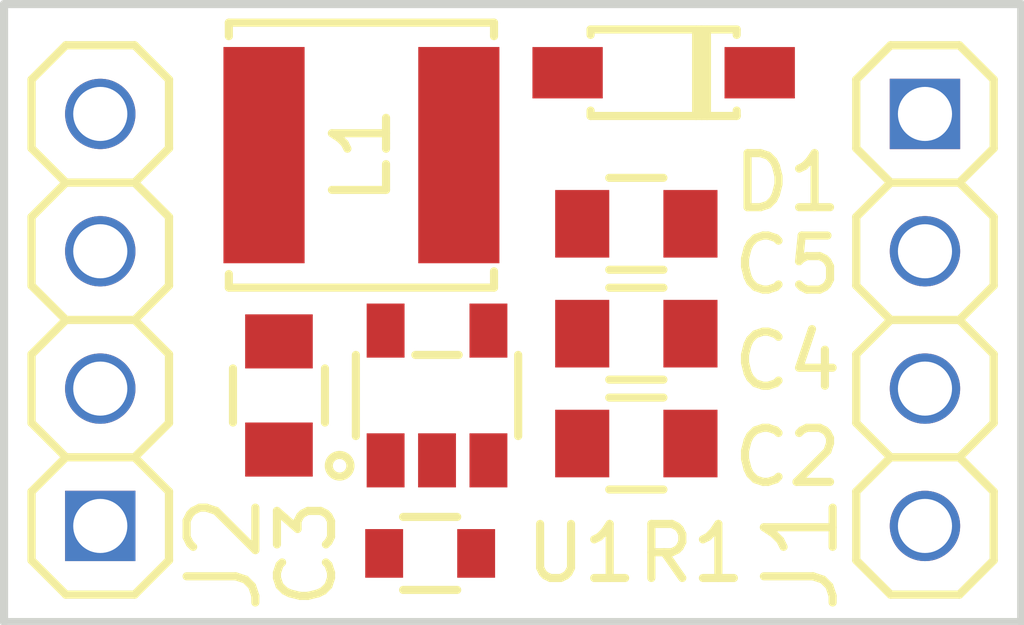
<source format=kicad_pcb>
(kicad_pcb (version 4) (host pcbnew 4.0.7-e2-6376~58~ubuntu17.04.1)

  (general
    (links 18)
    (no_connects 18)
    (area 112.319999 65.964999 139.140001 86.435001)
    (thickness 1.6)
    (drawings 4)
    (tracks 0)
    (zones 0)
    (modules 10)
    (nets 10)
  )

  (page A4)
  (layers
    (0 F.Cu signal)
    (31 B.Cu signal)
    (32 B.Adhes user)
    (33 F.Adhes user)
    (34 B.Paste user)
    (35 F.Paste user)
    (36 B.SilkS user)
    (37 F.SilkS user)
    (38 B.Mask user)
    (39 F.Mask user)
    (40 Dwgs.User user)
    (41 Cmts.User user)
    (42 Eco1.User user)
    (43 Eco2.User user)
    (44 Edge.Cuts user)
    (45 Margin user)
    (46 B.CrtYd user)
    (47 F.CrtYd user)
    (48 B.Fab user)
    (49 F.Fab user)
  )

  (setup
    (last_trace_width 0.25)
    (trace_clearance 0.2)
    (zone_clearance 0.508)
    (zone_45_only no)
    (trace_min 0.2)
    (segment_width 0.2)
    (edge_width 0.15)
    (via_size 0.6)
    (via_drill 0.4)
    (via_min_size 0.4)
    (via_min_drill 0.3)
    (uvia_size 0.3)
    (uvia_drill 0.1)
    (uvias_allowed no)
    (uvia_min_size 0.2)
    (uvia_min_drill 0.1)
    (pcb_text_width 0.3)
    (pcb_text_size 1.5 1.5)
    (mod_edge_width 0.15)
    (mod_text_size 1 1)
    (mod_text_width 0.15)
    (pad_size 1.524 1.524)
    (pad_drill 0.762)
    (pad_to_mask_clearance 0.1)
    (aux_axis_origin 0 0)
    (visible_elements FFFFFF7F)
    (pcbplotparams
      (layerselection 0x00030_80000001)
      (usegerberextensions false)
      (excludeedgelayer true)
      (linewidth 0.100000)
      (plotframeref false)
      (viasonmask false)
      (mode 1)
      (useauxorigin false)
      (hpglpennumber 1)
      (hpglpenspeed 20)
      (hpglpendiameter 15)
      (hpglpenoverlay 2)
      (psnegative false)
      (psa4output false)
      (plotreference true)
      (plotvalue true)
      (plotinvisibletext false)
      (padsonsilk false)
      (subtractmaskfromsilk false)
      (outputformat 1)
      (mirror false)
      (drillshape 1)
      (scaleselection 1)
      (outputdirectory ""))
  )

  (net 0 "")
  (net 1 GND)
  (net 2 "Net-(J1-Pad2)")
  (net 3 "Net-(U1-Pad3)")
  (net 4 "Net-(J2-Pad2)")
  (net 5 "Net-(J1-Pad3)")
  (net 6 "Net-(J2-Pad3)")
  (net 7 VOUT)
  (net 8 VIN)
  (net 9 LX)

  (net_class Default "This is the default net class."
    (clearance 0.2)
    (trace_width 0.25)
    (via_dia 0.6)
    (via_drill 0.4)
    (uvia_dia 0.3)
    (uvia_drill 0.1)
    (add_net GND)
    (add_net LX)
    (add_net "Net-(J1-Pad2)")
    (add_net "Net-(J1-Pad3)")
    (add_net "Net-(J2-Pad2)")
    (add_net "Net-(J2-Pad3)")
    (add_net "Net-(U1-Pad3)")
    (add_net VIN)
    (add_net VOUT)
  )

  (module SquantorRcl:C_0805 (layer F.Cu) (tedit 59D0FA32) (tstamp 59C0C529)
    (at 124.206 78.486)
    (descr "Capacitor SMD 0805, reflow soldering, AVX (see smccp.pdf)")
    (tags "capacitor 0805")
    (path /59BEB307)
    (attr smd)
    (fp_text reference C2 (at 2.794 0.254) (layer F.SilkS)
      (effects (font (size 1 1) (thickness 0.15)))
    )
    (fp_text value 10u (at 0 2.1) (layer F.Fab) hide
      (effects (font (size 1 1) (thickness 0.15)))
    )
    (fp_line (start -1 0.625) (end -1 -0.625) (layer F.Fab) (width 0.15))
    (fp_line (start 1 0.625) (end -1 0.625) (layer F.Fab) (width 0.15))
    (fp_line (start 1 -0.625) (end 1 0.625) (layer F.Fab) (width 0.15))
    (fp_line (start -1 -0.625) (end 1 -0.625) (layer F.Fab) (width 0.15))
    (fp_line (start -1.8 -1) (end 1.8 -1) (layer F.CrtYd) (width 0.05))
    (fp_line (start -1.8 1) (end 1.8 1) (layer F.CrtYd) (width 0.05))
    (fp_line (start -1.8 -1) (end -1.8 1) (layer F.CrtYd) (width 0.05))
    (fp_line (start 1.8 -1) (end 1.8 1) (layer F.CrtYd) (width 0.05))
    (fp_line (start 0.5 -0.85) (end -0.5 -0.85) (layer F.SilkS) (width 0.15))
    (fp_line (start -0.5 0.85) (end 0.5 0.85) (layer F.SilkS) (width 0.15))
    (pad 1 smd rect (at -1 0) (size 1 1.25) (layers F.Cu F.Paste F.Mask)
      (net 7 VOUT))
    (pad 2 smd rect (at 1 0) (size 1 1.25) (layers F.Cu F.Paste F.Mask)
      (net 1 GND))
    (model Capacitors_SMD.3dshapes/C_0805.wrl
      (at (xyz 0 0 0))
      (scale (xyz 1 1 1))
      (rotate (xyz 0 0 0))
    )
  )

  (module SquantorRcl:C_0805 (layer F.Cu) (tedit 59D0FB5F) (tstamp 59C0C539)
    (at 117.602 77.597 270)
    (descr "Capacitor SMD 0805, reflow soldering, AVX (see smccp.pdf)")
    (tags "capacitor 0805")
    (path /59BEB27C)
    (attr smd)
    (fp_text reference C3 (at 2.921 -0.508 270) (layer F.SilkS)
      (effects (font (size 1 1) (thickness 0.15)))
    )
    (fp_text value 10u (at 0 2.1 270) (layer F.Fab) hide
      (effects (font (size 1 1) (thickness 0.15)))
    )
    (fp_line (start -1 0.625) (end -1 -0.625) (layer F.Fab) (width 0.15))
    (fp_line (start 1 0.625) (end -1 0.625) (layer F.Fab) (width 0.15))
    (fp_line (start 1 -0.625) (end 1 0.625) (layer F.Fab) (width 0.15))
    (fp_line (start -1 -0.625) (end 1 -0.625) (layer F.Fab) (width 0.15))
    (fp_line (start -1.8 -1) (end 1.8 -1) (layer F.CrtYd) (width 0.05))
    (fp_line (start -1.8 1) (end 1.8 1) (layer F.CrtYd) (width 0.05))
    (fp_line (start -1.8 -1) (end -1.8 1) (layer F.CrtYd) (width 0.05))
    (fp_line (start 1.8 -1) (end 1.8 1) (layer F.CrtYd) (width 0.05))
    (fp_line (start 0.5 -0.85) (end -0.5 -0.85) (layer F.SilkS) (width 0.15))
    (fp_line (start -0.5 0.85) (end 0.5 0.85) (layer F.SilkS) (width 0.15))
    (pad 1 smd rect (at -1 0 270) (size 1 1.25) (layers F.Cu F.Paste F.Mask)
      (net 8 VIN))
    (pad 2 smd rect (at 1 0 270) (size 1 1.25) (layers F.Cu F.Paste F.Mask)
      (net 1 GND))
    (model Capacitors_SMD.3dshapes/C_0805.wrl
      (at (xyz 0 0 0))
      (scale (xyz 1 1 1))
      (rotate (xyz 0 0 0))
    )
  )

  (module SquantorRcl:R_0603_hand (layer F.Cu) (tedit 59D0FA10) (tstamp 59C0C549)
    (at 120.396 80.518 180)
    (descr "Resistor SMD 0603, reflow soldering, Vishay (see dcrcw.pdf)")
    (tags "resistor 0603")
    (path /59BEBF12)
    (attr smd)
    (fp_text reference R1 (at -4.826 0 180) (layer F.SilkS)
      (effects (font (size 1 1) (thickness 0.15)))
    )
    (fp_text value 10K (at -5.6 -3.8 180) (layer F.Fab) hide
      (effects (font (size 1 1) (thickness 0.15)))
    )
    (fp_line (start -0.8 0.4) (end -0.8 -0.4) (layer F.Fab) (width 0.1))
    (fp_line (start 0.8 0.4) (end -0.8 0.4) (layer F.Fab) (width 0.1))
    (fp_line (start 0.8 -0.4) (end 0.8 0.4) (layer F.Fab) (width 0.1))
    (fp_line (start -0.8 -0.4) (end 0.8 -0.4) (layer F.Fab) (width 0.1))
    (fp_line (start -1.5 -0.8) (end 1.5 -0.8) (layer F.CrtYd) (width 0.05))
    (fp_line (start -1.5 0.8) (end 1.5 0.8) (layer F.CrtYd) (width 0.05))
    (fp_line (start -1.5 -0.8) (end -1.5 0.8) (layer F.CrtYd) (width 0.05))
    (fp_line (start 1.5 -0.8) (end 1.5 0.8) (layer F.CrtYd) (width 0.05))
    (fp_line (start 0.5 0.675) (end -0.5 0.675) (layer F.SilkS) (width 0.15))
    (fp_line (start -0.5 -0.675) (end 0.5 -0.675) (layer F.SilkS) (width 0.15))
    (pad 1 smd rect (at -0.85 0 180) (size 0.7 0.9) (layers F.Cu F.Paste F.Mask)
      (net 7 VOUT))
    (pad 2 smd rect (at 0.85 0 180) (size 0.7 0.9) (layers F.Cu F.Paste F.Mask)
      (net 5 "Net-(J1-Pad3)"))
    (model Resistors_SMD.3dshapes/R_0603.wrl
      (at (xyz 0 0 0))
      (scale (xyz 1 1 1))
      (rotate (xyz 0 0 0))
    )
  )

  (module SquantorOnSemi:SN-SOT23-5 (layer F.Cu) (tedit 59D0FB67) (tstamp 59C0C556)
    (at 120.523 77.597)
    (path /59BEB0B3)
    (fp_text reference U1 (at 2.667 2.921) (layer F.SilkS)
      (effects (font (size 1 1) (thickness 0.15)))
    )
    (fp_text value NCP1400 (at 0 2.7) (layer F.Fab) hide
      (effects (font (size 1 1) (thickness 0.15)))
    )
    (fp_line (start -0.4 -0.75) (end 0.4 -0.75) (layer F.SilkS) (width 0.15))
    (fp_circle (center -1.8 1.3) (end -1.6 1.3) (layer F.SilkS) (width 0.15))
    (fp_line (start -1.5 0.75) (end -1.5 -0.75) (layer F.SilkS) (width 0.15))
    (fp_line (start 1.5 -0.75) (end 1.5 0.75) (layer F.SilkS) (width 0.15))
    (pad 1 smd rect (at -0.95 1.2) (size 0.7 1) (layers F.Cu F.Paste F.Mask)
      (net 5 "Net-(J1-Pad3)"))
    (pad 2 smd rect (at 0 1.2) (size 0.7 1) (layers F.Cu F.Paste F.Mask)
      (net 7 VOUT))
    (pad 3 smd rect (at 0.95 1.2) (size 0.7 1) (layers F.Cu F.Paste F.Mask)
      (net 3 "Net-(U1-Pad3)"))
    (pad 4 smd rect (at 0.95 -1.2) (size 0.7 1) (layers F.Cu F.Paste F.Mask)
      (net 1 GND))
    (pad 5 smd rect (at -0.95 -1.2) (size 0.7 1) (layers F.Cu F.Paste F.Mask)
      (net 9 LX))
  )

  (module SquantorDiodes:SOD-123-hand (layer F.Cu) (tedit 59D0FA43) (tstamp 59C7CEB6)
    (at 124.711 71.628 180)
    (path /59BEBC77)
    (fp_text reference D1 (at -2.289 -2.032 180) (layer F.SilkS)
      (effects (font (size 1 1) (thickness 0.15)))
    )
    (fp_text value D_Schottky (at 0 3.5 180) (layer F.Fab) hide
      (effects (font (size 1 1) (thickness 0.15)))
    )
    (fp_line (start -0.6 -0.8) (end -0.6 0.8) (layer F.SilkS) (width 0.15))
    (fp_line (start -0.7 0.8) (end -0.7 -0.8) (layer F.SilkS) (width 0.15))
    (fp_line (start -0.8 -0.8) (end -0.8 0.8) (layer F.SilkS) (width 0.15))
    (fp_line (start 1.85 0.2) (end 1.35 0.2) (layer F.Fab) (width 0.15))
    (fp_line (start 1.85 -0.2) (end 1.85 0.2) (layer F.Fab) (width 0.15))
    (fp_line (start 1.35 -0.2) (end 1.85 -0.2) (layer F.Fab) (width 0.15))
    (fp_line (start -1.85 0.2) (end -1.35 0.2) (layer F.Fab) (width 0.15))
    (fp_line (start -1.85 -0.2) (end -1.85 0.2) (layer F.Fab) (width 0.15))
    (fp_line (start -1.35 -0.2) (end -1.85 -0.2) (layer F.Fab) (width 0.15))
    (fp_line (start 1.35 0.7) (end 1.35 -0.7) (layer F.Fab) (width 0.15))
    (fp_line (start -1.35 -0.7) (end -1.35 0.7) (layer F.Fab) (width 0.15))
    (fp_line (start 1.35 0.8) (end 1.35 0.7) (layer F.SilkS) (width 0.15))
    (fp_line (start 1.35 -0.8) (end 1.35 -0.7) (layer F.SilkS) (width 0.15))
    (fp_line (start -1.35 0.8) (end -1.35 0.7) (layer F.SilkS) (width 0.15))
    (fp_line (start -1.35 -0.8) (end -1.35 -0.7) (layer F.SilkS) (width 0.15))
    (fp_line (start -1.35 0.8) (end 1.35 0.8) (layer F.SilkS) (width 0.15))
    (fp_line (start -1.35 -0.8) (end 1.35 -0.8) (layer F.SilkS) (width 0.15))
    (fp_line (start -1.35 -0.2) (end -1.85 -0.2) (layer F.Fab) (width 0.15))
    (pad 1 smd rect (at -1.775 0 180) (size 1.3 0.95) (layers F.Cu F.Paste F.Mask)
      (net 7 VOUT))
    (pad 2 smd rect (at 1.775 0 180) (size 1.3 0.95) (layers F.Cu F.Paste F.Mask)
      (net 9 LX))
  )

  (module SquantorRcl:TAIYO_YUDEN_NRS50XX (layer F.Cu) (tedit 59D0FB5A) (tstamp 59C7CEC2)
    (at 119.126 73.152 180)
    (path /59BEB3D0)
    (fp_text reference L1 (at 0 0 450) (layer F.SilkS)
      (effects (font (size 1 1) (thickness 0.15)))
    )
    (fp_text value 22u (at 0 4 180) (layer F.Fab) hide
      (effects (font (size 1 1) (thickness 0.15)))
    )
    (fp_line (start 2.45 2.45) (end 2.45 2.2) (layer F.SilkS) (width 0.15))
    (fp_line (start 2.45 -2.45) (end 2.45 -2.2) (layer F.SilkS) (width 0.15))
    (fp_line (start -2.45 2.45) (end -2.45 2.2) (layer F.SilkS) (width 0.15))
    (fp_line (start -2.45 -2.45) (end -2.45 -2.15) (layer F.SilkS) (width 0.15))
    (fp_line (start -2.45 2.45) (end 2.45 2.45) (layer F.SilkS) (width 0.15))
    (fp_line (start -2.45 -2.45) (end 2.45 -2.45) (layer F.SilkS) (width 0.15))
    (pad 1 smd rect (at -1.8 0 180) (size 1.5 4) (layers F.Cu F.Paste F.Mask)
      (net 9 LX))
    (pad 2 smd rect (at 1.8 0 180) (size 1.5 4) (layers F.Cu F.Paste F.Mask)
      (net 8 VIN))
  )

  (module SquantorConnectors:Header-0254-1X04-H010 (layer F.Cu) (tedit 59D0FA3E) (tstamp 59D0F43B)
    (at 129.54 76.2 270)
    (descr "PIN HEADER")
    (tags "PIN HEADER")
    (path /59D0F41F)
    (attr virtual)
    (fp_text reference J1 (at 4.318 2.286 270) (layer F.SilkS)
      (effects (font (size 1.27 1.27) (thickness 0.15)))
    )
    (fp_text value PINS_1X04 (at 0 2.413 270) (layer F.Fab) hide
      (effects (font (size 1.27 1.27) (thickness 0.15)))
    )
    (fp_line (start 0 -0.635) (end 0.635 -1.27) (layer F.SilkS) (width 0.1524))
    (fp_line (start 0.635 -1.27) (end 1.905 -1.27) (layer F.SilkS) (width 0.1524))
    (fp_line (start 1.905 -1.27) (end 2.54 -0.635) (layer F.SilkS) (width 0.1524))
    (fp_line (start 2.54 -0.635) (end 2.54 0.635) (layer F.SilkS) (width 0.1524))
    (fp_line (start 2.54 0.635) (end 1.905 1.27) (layer F.SilkS) (width 0.1524))
    (fp_line (start 1.905 1.27) (end 0.635 1.27) (layer F.SilkS) (width 0.1524))
    (fp_line (start 0.635 1.27) (end 0 0.635) (layer F.SilkS) (width 0.1524))
    (fp_line (start -4.445 -1.27) (end -3.175 -1.27) (layer F.SilkS) (width 0.1524))
    (fp_line (start -3.175 -1.27) (end -2.54 -0.635) (layer F.SilkS) (width 0.1524))
    (fp_line (start -2.54 -0.635) (end -2.54 0.635) (layer F.SilkS) (width 0.1524))
    (fp_line (start -2.54 0.635) (end -3.175 1.27) (layer F.SilkS) (width 0.1524))
    (fp_line (start -2.54 -0.635) (end -1.905 -1.27) (layer F.SilkS) (width 0.1524))
    (fp_line (start -1.905 -1.27) (end -0.635 -1.27) (layer F.SilkS) (width 0.1524))
    (fp_line (start -0.635 -1.27) (end 0 -0.635) (layer F.SilkS) (width 0.1524))
    (fp_line (start 0 -0.635) (end 0 0.635) (layer F.SilkS) (width 0.1524))
    (fp_line (start 0 0.635) (end -0.635 1.27) (layer F.SilkS) (width 0.1524))
    (fp_line (start -0.635 1.27) (end -1.905 1.27) (layer F.SilkS) (width 0.1524))
    (fp_line (start -1.905 1.27) (end -2.54 0.635) (layer F.SilkS) (width 0.1524))
    (fp_line (start -5.08 -0.635) (end -5.08 0.635) (layer F.SilkS) (width 0.1524))
    (fp_line (start -4.445 -1.27) (end -5.08 -0.635) (layer F.SilkS) (width 0.1524))
    (fp_line (start -5.08 0.635) (end -4.445 1.27) (layer F.SilkS) (width 0.1524))
    (fp_line (start -3.175 1.27) (end -4.445 1.27) (layer F.SilkS) (width 0.1524))
    (fp_line (start 3.175 -1.27) (end 4.445 -1.27) (layer F.SilkS) (width 0.1524))
    (fp_line (start 4.445 -1.27) (end 5.08 -0.635) (layer F.SilkS) (width 0.1524))
    (fp_line (start 5.08 -0.635) (end 5.08 0.635) (layer F.SilkS) (width 0.1524))
    (fp_line (start 5.08 0.635) (end 4.445 1.27) (layer F.SilkS) (width 0.1524))
    (fp_line (start 3.175 -1.27) (end 2.54 -0.635) (layer F.SilkS) (width 0.1524))
    (fp_line (start 2.54 0.635) (end 3.175 1.27) (layer F.SilkS) (width 0.1524))
    (fp_line (start 4.445 1.27) (end 3.175 1.27) (layer F.SilkS) (width 0.1524))
    (pad 1 thru_hole rect (at -3.81 0 90) (size 1.3 1.3) (drill 1) (layers *.Cu *.Mask)
      (net 7 VOUT))
    (pad 2 thru_hole circle (at -1.27 0 90) (size 1.3 1.3) (drill 1) (layers *.Cu *.Mask)
      (net 2 "Net-(J1-Pad2)"))
    (pad 3 thru_hole circle (at 1.27 0 90) (size 1.3 1.3) (drill 1) (layers *.Cu *.Mask)
      (net 5 "Net-(J1-Pad3)"))
    (pad 4 thru_hole circle (at 3.81 0 90) (size 1.3 1.3) (drill 1) (layers *.Cu *.Mask)
      (net 1 GND))
  )

  (module SquantorConnectors:Header-0254-1X04-H010 (layer F.Cu) (tedit 59D0FB63) (tstamp 59D0F442)
    (at 114.3 76.2 90)
    (descr "PIN HEADER")
    (tags "PIN HEADER")
    (path /59D0F50E)
    (attr virtual)
    (fp_text reference J2 (at -4.318 2.286 90) (layer F.SilkS)
      (effects (font (size 1.27 1.27) (thickness 0.15)))
    )
    (fp_text value PINS_1X04 (at 0 2.413 90) (layer F.Fab) hide
      (effects (font (size 1.27 1.27) (thickness 0.15)))
    )
    (fp_line (start 0 -0.635) (end 0.635 -1.27) (layer F.SilkS) (width 0.1524))
    (fp_line (start 0.635 -1.27) (end 1.905 -1.27) (layer F.SilkS) (width 0.1524))
    (fp_line (start 1.905 -1.27) (end 2.54 -0.635) (layer F.SilkS) (width 0.1524))
    (fp_line (start 2.54 -0.635) (end 2.54 0.635) (layer F.SilkS) (width 0.1524))
    (fp_line (start 2.54 0.635) (end 1.905 1.27) (layer F.SilkS) (width 0.1524))
    (fp_line (start 1.905 1.27) (end 0.635 1.27) (layer F.SilkS) (width 0.1524))
    (fp_line (start 0.635 1.27) (end 0 0.635) (layer F.SilkS) (width 0.1524))
    (fp_line (start -4.445 -1.27) (end -3.175 -1.27) (layer F.SilkS) (width 0.1524))
    (fp_line (start -3.175 -1.27) (end -2.54 -0.635) (layer F.SilkS) (width 0.1524))
    (fp_line (start -2.54 -0.635) (end -2.54 0.635) (layer F.SilkS) (width 0.1524))
    (fp_line (start -2.54 0.635) (end -3.175 1.27) (layer F.SilkS) (width 0.1524))
    (fp_line (start -2.54 -0.635) (end -1.905 -1.27) (layer F.SilkS) (width 0.1524))
    (fp_line (start -1.905 -1.27) (end -0.635 -1.27) (layer F.SilkS) (width 0.1524))
    (fp_line (start -0.635 -1.27) (end 0 -0.635) (layer F.SilkS) (width 0.1524))
    (fp_line (start 0 -0.635) (end 0 0.635) (layer F.SilkS) (width 0.1524))
    (fp_line (start 0 0.635) (end -0.635 1.27) (layer F.SilkS) (width 0.1524))
    (fp_line (start -0.635 1.27) (end -1.905 1.27) (layer F.SilkS) (width 0.1524))
    (fp_line (start -1.905 1.27) (end -2.54 0.635) (layer F.SilkS) (width 0.1524))
    (fp_line (start -5.08 -0.635) (end -5.08 0.635) (layer F.SilkS) (width 0.1524))
    (fp_line (start -4.445 -1.27) (end -5.08 -0.635) (layer F.SilkS) (width 0.1524))
    (fp_line (start -5.08 0.635) (end -4.445 1.27) (layer F.SilkS) (width 0.1524))
    (fp_line (start -3.175 1.27) (end -4.445 1.27) (layer F.SilkS) (width 0.1524))
    (fp_line (start 3.175 -1.27) (end 4.445 -1.27) (layer F.SilkS) (width 0.1524))
    (fp_line (start 4.445 -1.27) (end 5.08 -0.635) (layer F.SilkS) (width 0.1524))
    (fp_line (start 5.08 -0.635) (end 5.08 0.635) (layer F.SilkS) (width 0.1524))
    (fp_line (start 5.08 0.635) (end 4.445 1.27) (layer F.SilkS) (width 0.1524))
    (fp_line (start 3.175 -1.27) (end 2.54 -0.635) (layer F.SilkS) (width 0.1524))
    (fp_line (start 2.54 0.635) (end 3.175 1.27) (layer F.SilkS) (width 0.1524))
    (fp_line (start 4.445 1.27) (end 3.175 1.27) (layer F.SilkS) (width 0.1524))
    (pad 1 thru_hole rect (at -3.81 0 270) (size 1.3 1.3) (drill 1) (layers *.Cu *.Mask)
      (net 1 GND))
    (pad 2 thru_hole circle (at -1.27 0 270) (size 1.3 1.3) (drill 1) (layers *.Cu *.Mask)
      (net 4 "Net-(J2-Pad2)"))
    (pad 3 thru_hole circle (at 1.27 0 270) (size 1.3 1.3) (drill 1) (layers *.Cu *.Mask)
      (net 6 "Net-(J2-Pad3)"))
    (pad 4 thru_hole circle (at 3.81 0 270) (size 1.3 1.3) (drill 1) (layers *.Cu *.Mask)
      (net 8 VIN))
  )

  (module SquantorRcl:C_0805 (layer F.Cu) (tedit 59D0FA0A) (tstamp 59D0F9A3)
    (at 124.206 76.454)
    (descr "Capacitor SMD 0805, reflow soldering, AVX (see smccp.pdf)")
    (tags "capacitor 0805")
    (path /59D0FC28)
    (attr smd)
    (fp_text reference C4 (at 2.794 0.508) (layer F.SilkS)
      (effects (font (size 1 1) (thickness 0.15)))
    )
    (fp_text value 10u (at 7.62 -2.032) (layer F.Fab) hide
      (effects (font (size 1 1) (thickness 0.15)))
    )
    (fp_line (start -1 0.625) (end -1 -0.625) (layer F.Fab) (width 0.15))
    (fp_line (start 1 0.625) (end -1 0.625) (layer F.Fab) (width 0.15))
    (fp_line (start 1 -0.625) (end 1 0.625) (layer F.Fab) (width 0.15))
    (fp_line (start -1 -0.625) (end 1 -0.625) (layer F.Fab) (width 0.15))
    (fp_line (start -1.8 -1) (end 1.8 -1) (layer F.CrtYd) (width 0.05))
    (fp_line (start -1.8 1) (end 1.8 1) (layer F.CrtYd) (width 0.05))
    (fp_line (start -1.8 -1) (end -1.8 1) (layer F.CrtYd) (width 0.05))
    (fp_line (start 1.8 -1) (end 1.8 1) (layer F.CrtYd) (width 0.05))
    (fp_line (start 0.5 -0.85) (end -0.5 -0.85) (layer F.SilkS) (width 0.15))
    (fp_line (start -0.5 0.85) (end 0.5 0.85) (layer F.SilkS) (width 0.15))
    (pad 1 smd rect (at -1 0) (size 1 1.25) (layers F.Cu F.Paste F.Mask)
      (net 7 VOUT))
    (pad 2 smd rect (at 1 0) (size 1 1.25) (layers F.Cu F.Paste F.Mask)
      (net 1 GND))
    (model Capacitors_SMD.3dshapes/C_0805.wrl
      (at (xyz 0 0 0))
      (scale (xyz 1 1 1))
      (rotate (xyz 0 0 0))
    )
  )

  (module SquantorRcl:C_0805 (layer F.Cu) (tedit 59D0FA38) (tstamp 59D0F9A9)
    (at 124.206 74.422)
    (descr "Capacitor SMD 0805, reflow soldering, AVX (see smccp.pdf)")
    (tags "capacitor 0805")
    (path /59D0FBC2)
    (attr smd)
    (fp_text reference C5 (at 2.794 0.762) (layer F.SilkS)
      (effects (font (size 1 1) (thickness 0.15)))
    )
    (fp_text value 10u (at 0 2.1) (layer F.Fab) hide
      (effects (font (size 1 1) (thickness 0.15)))
    )
    (fp_line (start -1 0.625) (end -1 -0.625) (layer F.Fab) (width 0.15))
    (fp_line (start 1 0.625) (end -1 0.625) (layer F.Fab) (width 0.15))
    (fp_line (start 1 -0.625) (end 1 0.625) (layer F.Fab) (width 0.15))
    (fp_line (start -1 -0.625) (end 1 -0.625) (layer F.Fab) (width 0.15))
    (fp_line (start -1.8 -1) (end 1.8 -1) (layer F.CrtYd) (width 0.05))
    (fp_line (start -1.8 1) (end 1.8 1) (layer F.CrtYd) (width 0.05))
    (fp_line (start -1.8 -1) (end -1.8 1) (layer F.CrtYd) (width 0.05))
    (fp_line (start 1.8 -1) (end 1.8 1) (layer F.CrtYd) (width 0.05))
    (fp_line (start 0.5 -0.85) (end -0.5 -0.85) (layer F.SilkS) (width 0.15))
    (fp_line (start -0.5 0.85) (end 0.5 0.85) (layer F.SilkS) (width 0.15))
    (pad 1 smd rect (at -1 0) (size 1 1.25) (layers F.Cu F.Paste F.Mask)
      (net 7 VOUT))
    (pad 2 smd rect (at 1 0) (size 1 1.25) (layers F.Cu F.Paste F.Mask)
      (net 1 GND))
    (model Capacitors_SMD.3dshapes/C_0805.wrl
      (at (xyz 0 0 0))
      (scale (xyz 1 1 1))
      (rotate (xyz 0 0 0))
    )
  )

  (gr_line (start 131.318 70.358) (end 112.522 70.358) (layer Edge.Cuts) (width 0.15))
  (gr_line (start 131.318 81.788) (end 131.318 70.358) (layer Edge.Cuts) (width 0.15))
  (gr_line (start 112.522 81.788) (end 131.318 81.788) (layer Edge.Cuts) (width 0.15))
  (gr_line (start 112.522 70.358) (end 112.522 81.788) (layer Edge.Cuts) (width 0.15))

)

</source>
